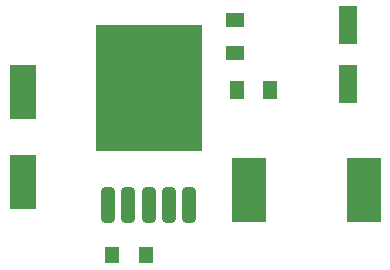
<source format=gtp>
G04*
G04 #@! TF.GenerationSoftware,Altium Limited,Altium Designer,21.3.2 (30)*
G04*
G04 Layer_Color=8421504*
%FSLAX25Y25*%
%MOIN*%
G70*
G04*
G04 #@! TF.SameCoordinates,85017F29-9A71-4B45-BEFD-3BEF8A3D19F2*
G04*
G04*
G04 #@! TF.FilePolarity,Positive*
G04*
G01*
G75*
%ADD12R,0.35433X0.41968*%
G04:AMPARAMS|DCode=13|XSize=44.09mil|YSize=118.11mil|CornerRadius=11.02mil|HoleSize=0mil|Usage=FLASHONLY|Rotation=0.000|XOffset=0mil|YOffset=0mil|HoleType=Round|Shape=RoundedRectangle|*
%AMROUNDEDRECTD13*
21,1,0.04409,0.09606,0,0,0.0*
21,1,0.02205,0.11811,0,0,0.0*
1,1,0.02205,0.01102,-0.04803*
1,1,0.02205,-0.01102,-0.04803*
1,1,0.02205,-0.01102,0.04803*
1,1,0.02205,0.01102,0.04803*
%
%ADD13ROUNDEDRECTD13*%
%ADD14R,0.09055X0.17913*%
%ADD15R,0.05118X0.05512*%
%ADD16R,0.11417X0.21260*%
%ADD17R,0.06299X0.12598*%
%ADD18R,0.04724X0.06496*%
%ADD19R,0.06496X0.04724*%
D12*
X162075Y471000D02*
D03*
D13*
X175347Y432000D02*
D03*
X168654D02*
D03*
X161961D02*
D03*
X155268D02*
D03*
X148575D02*
D03*
D03*
D14*
X120079Y469685D02*
D03*
Y439764D02*
D03*
D15*
X149803Y415354D02*
D03*
X161221D02*
D03*
D16*
X233661Y437008D02*
D03*
X195472D02*
D03*
D17*
X228346Y472441D02*
D03*
Y492126D02*
D03*
D18*
X191339Y470472D02*
D03*
X202362D02*
D03*
D19*
X190945Y493701D02*
D03*
Y482677D02*
D03*
M02*

</source>
